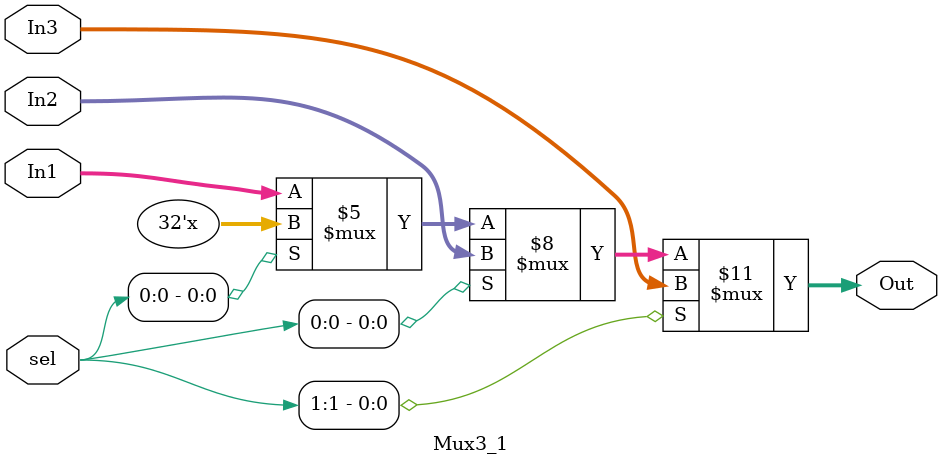
<source format=v>
`timescale 1ns / 1ps
module Mux3_1 (In1, In2,In3, sel, Out);
  parameter n=32;
// codes
  input [n - 1: 0] In1, In2, In3;
  input [1: 0] sel;
  output reg [n - 1: 0] Out;
  
  always @(*) begin
	if (sel[1] == 1) Out <= In3;
	else if (sel[0] == 1) Out <= In2;
	else if (sel[0] == 0) Out <= In1;
  end
endmodule
</source>
